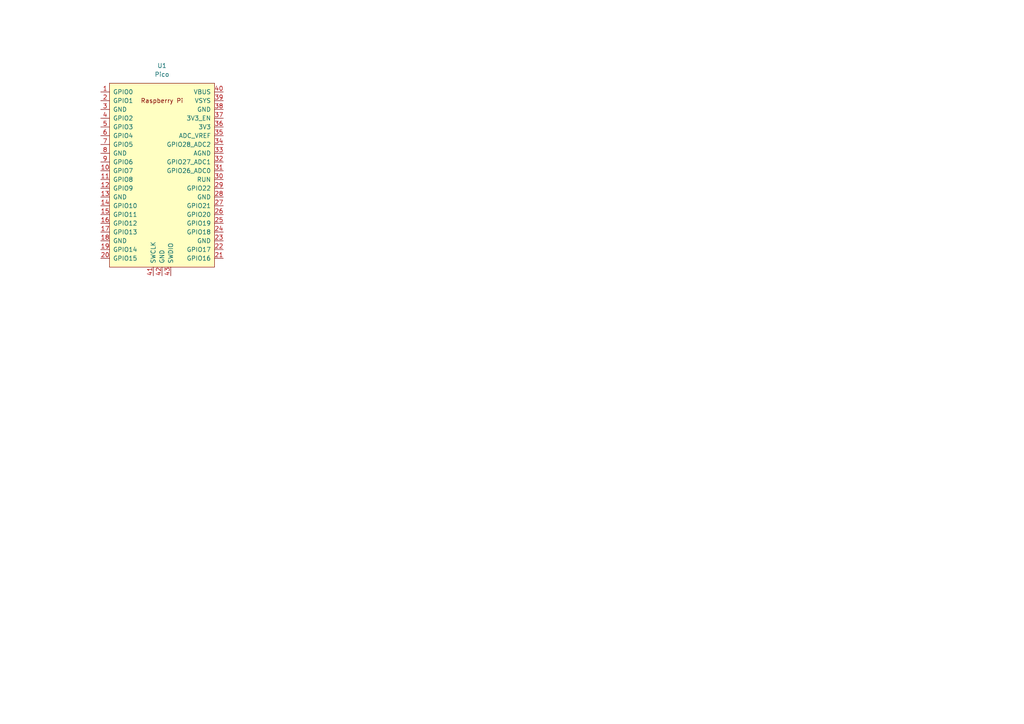
<source format=kicad_sch>
(kicad_sch (version 20231120) (generator "eeschema") (generator_version "8.0")
  (paper "A4")
  (lib_symbols
    (symbol "RPi_Pico:Pico" (pin_names (offset 1.016))
      (property "Reference" "U" (at -13.97 27.94 0))
      (property "Value" "Pico" (at 0 19.05 0))
      (symbol "Pico_0_0"
        (text "Raspberry Pi" (at 0 21.59 0) (effects (font (size 1.27 1.27))))
      )
      (symbol "Pico_0_1"
        (rectangle (start -15.24 26.67) (end 15.24 -26.67) (fill (type background)))
      )
      (symbol "Pico_1_1"
        (pin bidirectional line (at -17.78 24.13 0) (length 2.54) (name "GPIO0") (number "1"))
        (pin bidirectional line (at -17.78 1.27 0) (length 2.54) (name "GPIO7") (number "10"))
        (pin bidirectional line (at -17.78 -1.27 0) (length 2.54) (name "GPIO8") (number "11"))
        (pin bidirectional line (at -17.78 -3.81 0) (length 2.54) (name "GPIO9") (number "12"))
        (pin power_in line (at -17.78 -6.35 0) (length 2.54) (name "GND") (number "13"))
        (pin bidirectional line (at -17.78 -8.89 0) (length 2.54) (name "GPIO10") (number "14"))
        (pin bidirectional line (at -17.78 -11.43 0) (length 2.54) (name "GPIO11") (number "15"))
        (pin bidirectional line (at -17.78 -13.97 0) (length 2.54) (name "GPIO12") (number "16"))
        (pin bidirectional line (at -17.78 -16.51 0) (length 2.54) (name "GPIO13") (number "17"))
        (pin power_in line (at -17.78 -19.05 0) (length 2.54) (name "GND") (number "18"))
        (pin bidirectional line (at -17.78 -21.59 0) (length 2.54) (name "GPIO14") (number "19"))
        (pin bidirectional line (at -17.78 21.59 0) (length 2.54) (name "GPIO1") (number "2"))
        (pin bidirectional line (at -17.78 -24.13 0) (length 2.54) (name "GPIO15") (number "20"))
        (pin bidirectional line (at 17.78 -24.13 180) (length 2.54) (name "GPIO16") (number "21"))
        (pin bidirectional line (at 17.78 -21.59 180) (length 2.54) (name "GPIO17") (number "22"))
        (pin power_in line (at 17.78 -19.05 180) (length 2.54) (name "GND") (number "23"))
        (pin bidirectional line (at 17.78 -16.51 180) (length 2.54) (name "GPIO18") (number "24"))
        (pin bidirectional line (at 17.78 -13.97 180) (length 2.54) (name "GPIO19") (number "25"))
        (pin bidirectional line (at 17.78 -11.43 180) (length 2.54) (name "GPIO20") (number "26"))
        (pin bidirectional line (at 17.78 -8.89 180) (length 2.54) (name "GPIO21") (number "27"))
        (pin power_in line (at 17.78 -6.35 180) (length 2.54) (name "GND") (number "28"))
        (pin bidirectional line (at 17.78 -3.81 180) (length 2.54) (name "GPIO22") (number "29"))
        (pin power_in line (at -17.78 19.05 0) (length 2.54) (name "GND") (number "3"))
        (pin input line (at 17.78 -1.27 180) (length 2.54) (name "RUN") (number "30"))
        (pin bidirectional line (at 17.78 1.27 180) (length 2.54) (name "GPIO26_ADC0") (number "31"))
        (pin bidirectional line (at 17.78 3.81 180) (length 2.54) (name "GPIO27_ADC1") (number "32"))
        (pin power_in line (at 17.78 6.35 180) (length 2.54) (name "AGND") (number "33"))
        (pin bidirectional line (at 17.78 8.89 180) (length 2.54) (name "GPIO28_ADC2") (number "34"))
        (pin unspecified line (at 17.78 11.43 180) (length 2.54) (name "ADC_VREF") (number "35"))
        (pin unspecified line (at 17.78 13.97 180) (length 2.54) (name "3V3") (number "36"))
        (pin input line (at 17.78 16.51 180) (length 2.54) (name "3V3_EN") (number "37"))
        (pin bidirectional line (at 17.78 19.05 180) (length 2.54) (name "GND") (number "38"))
        (pin unspecified line (at 17.78 21.59 180) (length 2.54) (name "VSYS") (number "39"))
        (pin bidirectional line (at -17.78 16.51 0) (length 2.54) (name "GPIO2") (number "4"))
        (pin unspecified line (at 17.78 24.13 180) (length 2.54) (name "VBUS") (number "40"))
        (pin input line (at -2.54 -29.21 90) (length 2.54) (name "SWCLK") (number "41"))
        (pin power_in line (at 0 -29.21 90) (length 2.54) (name "GND") (number "42"))
        (pin bidirectional line (at 2.54 -29.21 90) (length 2.54) (name "SWDIO") (number "43"))
        (pin bidirectional line (at -17.78 13.97 0) (length 2.54) (name "GPIO3") (number "5"))
        (pin bidirectional line (at -17.78 11.43 0) (length 2.54) (name "GPIO4") (number "6"))
        (pin bidirectional line (at -17.78 8.89 0) (length 2.54) (name "GPIO5") (number "7"))
        (pin power_in line (at -17.78 6.35 0) (length 2.54) (name "GND") (number "8"))
        (pin bidirectional line (at -17.78 3.81 0) (length 2.54) (name "GPIO6") (number "9"))
      )
    )
  )
  (symbol (lib_id "RPi_Pico:Pico") (at 46.99 50.8 0) (unit 1)
    (property "Reference" "U1" (at 46.99 19.05 0))
    (property "Value" "Pico" (at 46.99 21.59 0))
    (property "Footprint" "RPi_Pico:RPi_Pico_SMD_TH" (effects (hide yes)))
  )
)
</source>
